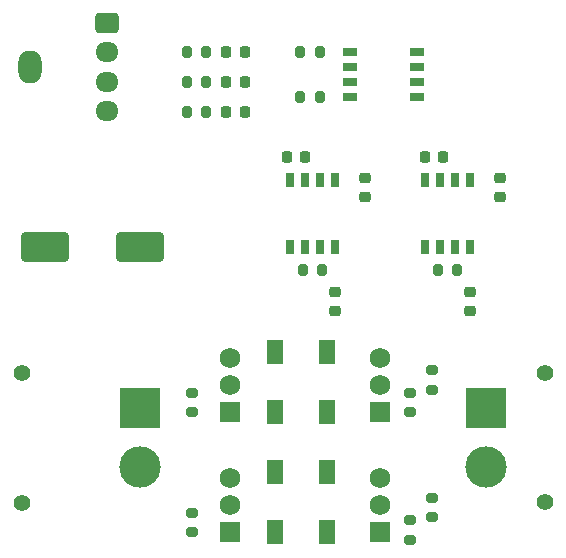
<source format=gts>
%TF.GenerationSoftware,KiCad,Pcbnew,8.0.3*%
%TF.CreationDate,2024-10-02T02:13:24+09:00*%
%TF.ProjectId,AltairMDmini_V1,416c7461-6972-44d4-946d-696e695f5631,rev?*%
%TF.SameCoordinates,Original*%
%TF.FileFunction,Soldermask,Top*%
%TF.FilePolarity,Negative*%
%FSLAX46Y46*%
G04 Gerber Fmt 4.6, Leading zero omitted, Abs format (unit mm)*
G04 Created by KiCad (PCBNEW 8.0.3) date 2024-10-02 02:13:24*
%MOMM*%
%LPD*%
G01*
G04 APERTURE LIST*
G04 Aperture macros list*
%AMRoundRect*
0 Rectangle with rounded corners*
0 $1 Rounding radius*
0 $2 $3 $4 $5 $6 $7 $8 $9 X,Y pos of 4 corners*
0 Add a 4 corners polygon primitive as box body*
4,1,4,$2,$3,$4,$5,$6,$7,$8,$9,$2,$3,0*
0 Add four circle primitives for the rounded corners*
1,1,$1+$1,$2,$3*
1,1,$1+$1,$4,$5*
1,1,$1+$1,$6,$7*
1,1,$1+$1,$8,$9*
0 Add four rect primitives between the rounded corners*
20,1,$1+$1,$2,$3,$4,$5,0*
20,1,$1+$1,$4,$5,$6,$7,0*
20,1,$1+$1,$6,$7,$8,$9,0*
20,1,$1+$1,$8,$9,$2,$3,0*%
G04 Aperture macros list end*
%ADD10R,1.740000X1.740000*%
%ADD11C,1.740000*%
%ADD12RoundRect,0.200000X-0.275000X0.200000X-0.275000X-0.200000X0.275000X-0.200000X0.275000X0.200000X0*%
%ADD13RoundRect,0.200000X-0.200000X-0.275000X0.200000X-0.275000X0.200000X0.275000X-0.200000X0.275000X0*%
%ADD14C,1.400000*%
%ADD15R,3.500000X3.500000*%
%ADD16C,3.500000*%
%ADD17O,2.000000X2.800000*%
%ADD18RoundRect,0.250000X-0.725000X0.600000X-0.725000X-0.600000X0.725000X-0.600000X0.725000X0.600000X0*%
%ADD19O,1.950000X1.700000*%
%ADD20R,0.650000X1.250000*%
%ADD21R,1.250000X0.650000*%
%ADD22R,1.400000X2.000000*%
%ADD23RoundRect,0.218750X0.256250X-0.218750X0.256250X0.218750X-0.256250X0.218750X-0.256250X-0.218750X0*%
%ADD24RoundRect,0.218750X0.218750X0.256250X-0.218750X0.256250X-0.218750X-0.256250X0.218750X-0.256250X0*%
%ADD25RoundRect,0.225000X-0.250000X0.225000X-0.250000X-0.225000X0.250000X-0.225000X0.250000X0.225000X0*%
%ADD26RoundRect,0.225000X0.225000X0.250000X-0.225000X0.250000X-0.225000X-0.250000X0.225000X-0.250000X0*%
%ADD27RoundRect,0.250000X-1.750000X-1.000000X1.750000X-1.000000X1.750000X1.000000X-1.750000X1.000000X0*%
G04 APERTURE END LIST*
D10*
%TO.C,Q4*%
X139700000Y-104140000D03*
D11*
X139700000Y-101840000D03*
X139700000Y-99540000D03*
%TD*%
D10*
%TO.C,Q3*%
X127000000Y-104140000D03*
D11*
X127000000Y-101840000D03*
X127000000Y-99540000D03*
%TD*%
D10*
%TO.C,Q2*%
X139700000Y-114300000D03*
D11*
X139700000Y-112000000D03*
X139700000Y-109700000D03*
%TD*%
D10*
%TO.C,Q1*%
X127000000Y-114300000D03*
D11*
X127000000Y-112000000D03*
X127000000Y-109700000D03*
%TD*%
D12*
%TO.C,R13*%
X144145000Y-100585000D03*
X144145000Y-102235000D03*
%TD*%
%TO.C,R12*%
X142240000Y-102490000D03*
X142240000Y-104140000D03*
%TD*%
%TO.C,R11*%
X144145000Y-111380000D03*
X144145000Y-113030000D03*
%TD*%
%TO.C,R10*%
X142240000Y-113285000D03*
X142240000Y-114935000D03*
%TD*%
%TO.C,R9*%
X123825000Y-102490000D03*
X123825000Y-104140000D03*
%TD*%
%TO.C,R8*%
X123825000Y-112650000D03*
X123825000Y-114300000D03*
%TD*%
D13*
%TO.C,R7*%
X144590000Y-92075000D03*
X146240000Y-92075000D03*
%TD*%
%TO.C,R6*%
X133160000Y-92075000D03*
X134810000Y-92075000D03*
%TD*%
%TO.C,R5*%
X132970000Y-77470000D03*
X134620000Y-77470000D03*
%TD*%
%TO.C,R4*%
X132970000Y-73660000D03*
X134620000Y-73660000D03*
%TD*%
%TO.C,R3*%
X123352618Y-73660000D03*
X125002618Y-73660000D03*
%TD*%
%TO.C,R2*%
X123330000Y-76200000D03*
X124980000Y-76200000D03*
%TD*%
%TO.C,R1*%
X123330000Y-78740000D03*
X124980000Y-78740000D03*
%TD*%
D14*
%TO.C,J3*%
X153670000Y-100760000D03*
X153670000Y-111760000D03*
D15*
X148670000Y-103760000D03*
D16*
X148670000Y-108760000D03*
%TD*%
D14*
%TO.C,J2*%
X109380000Y-111778988D03*
X109380000Y-100778988D03*
D15*
X119380000Y-103778988D03*
D16*
X119380000Y-108778988D03*
%TD*%
D17*
%TO.C,J1*%
X110065000Y-74890000D03*
D18*
X116565000Y-71140000D03*
D19*
X116565000Y-73640000D03*
X116565000Y-76140000D03*
X116565000Y-78640000D03*
%TD*%
D20*
%TO.C,IC3*%
X147320000Y-84470000D03*
X146050000Y-84470000D03*
X144780000Y-84470000D03*
X143510000Y-84470000D03*
X143510000Y-90170000D03*
X144780000Y-90170000D03*
X146050000Y-90170000D03*
X147320000Y-90170000D03*
%TD*%
%TO.C,IC2*%
X135890000Y-84470000D03*
X134620000Y-84470000D03*
X133350000Y-84470000D03*
X132080000Y-84470000D03*
X132080000Y-90170000D03*
X133350000Y-90170000D03*
X134620000Y-90170000D03*
X135890000Y-90170000D03*
%TD*%
D21*
%TO.C,IC1*%
X137160000Y-73660000D03*
X137160000Y-74930000D03*
X137160000Y-76200000D03*
X137160000Y-77470000D03*
X142860000Y-77470000D03*
X142860000Y-76200000D03*
X142860000Y-74930000D03*
X142860000Y-73660000D03*
%TD*%
D22*
%TO.C,D9*%
X130812374Y-99060000D03*
X135212374Y-99060000D03*
%TD*%
%TO.C,D8*%
X130810000Y-104140000D03*
X135210000Y-104140000D03*
%TD*%
%TO.C,D7*%
X130810000Y-109220000D03*
X135210000Y-109220000D03*
%TD*%
%TO.C,D6*%
X130855000Y-114300000D03*
X135255000Y-114300000D03*
%TD*%
D23*
%TO.C,D5*%
X149860000Y-85877500D03*
X149860000Y-84302500D03*
%TD*%
%TO.C,D4*%
X138430000Y-85877500D03*
X138430000Y-84302500D03*
%TD*%
D24*
%TO.C,D3*%
X128270000Y-73660000D03*
X126695000Y-73660000D03*
%TD*%
%TO.C,D2*%
X128270000Y-76200000D03*
X126695000Y-76200000D03*
%TD*%
%TO.C,D1*%
X128270000Y-78740000D03*
X126695000Y-78740000D03*
%TD*%
D25*
%TO.C,C5*%
X147320000Y-93980000D03*
X147320000Y-95530000D03*
%TD*%
%TO.C,C4*%
X135890000Y-93980000D03*
X135890000Y-95530000D03*
%TD*%
D26*
%TO.C,C3*%
X145060000Y-82550000D03*
X143510000Y-82550000D03*
%TD*%
%TO.C,C2*%
X133350000Y-82550000D03*
X131800000Y-82550000D03*
%TD*%
D27*
%TO.C,C1*%
X111380000Y-90170000D03*
X119380000Y-90170000D03*
%TD*%
M02*

</source>
